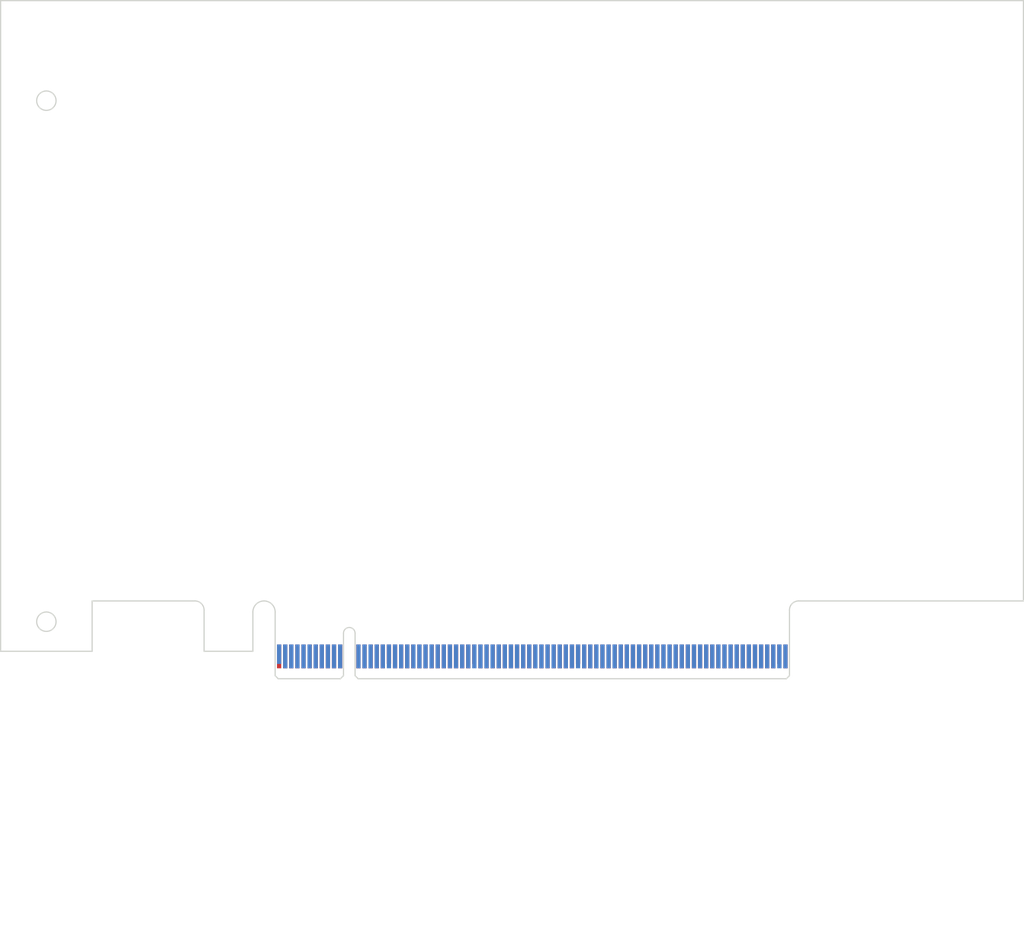
<source format=kicad_pcb>
(kicad_pcb (version 20211014) (generator pcbnew)
  (layers (0 "F.Cu" signal) (31 "B.Cu" signal) (34 "B.Paste" user) (35 "F.Paste" user) (36 "B.SilkS" user "B.Silkscreen") (37 "F.SilkS" user "F.Silkscreen") (38 "B.Mask" user) (39 "F.Mask" user) (44 "Edge.Cuts" user))
  (net 0 "")
  (net 1 "/~{PRSNT}")
  (net 2 "/+12V")
  (net 3 "GND")
  (net 4 "/JTAG_TCK")
  (net 5 "/JTAG_TDI")
  (net 6 "/JTAG_TDO")
  (net 7 "/JTAG_TMS")
  (net 8 "/+3V3")
  (net 9 "/~{PERST}")
  (net 10 "/RefClk_P")
  (net 11 "/RefClk_N")
  (net 12 "/PER0_P")
  (net 13 "/PER0_N")
  (net 14 "/SMCLK")
  (net 15 "/SMDAT")
  (net 16 "/+3V3_aux")
  (net 17 "/~{Wake}")
  (net 18 "/~{CLKREQ}")
  (net 19 "/PET0_P")
  (net 20 "/PET0_N")
  (net 22 "/PER1_P")
  (net 23 "/PER1_N")
  (net 24 "/PER2_P")
  (net 25 "/PER2_N")
  (net 26 "/PER3_P")
  (net 27 "/PER3_N")
  (net 29 "/~{JTAG_TRST}")
  (net 31 "/PET1_P")
  (net 32 "/PET1_N")
  (net 33 "/PET2_P")
  (net 34 "/PET2_N")
  (net 35 "/PET3_P")
  (net 36 "/PET3_N")
  (net 39 "/PER4_P")
  (net 40 "/PER4_N")
  (net 41 "/PER5_P")
  (net 42 "/PER5_N")
  (net 43 "/PER6_P")
  (net 44 "/PER6_N")
  (net 45 "/PER7_P")
  (net 46 "/PER7_N")
  (net 48 "/PET4_P")
  (net 49 "/PET4_N")
  (net 50 "/PET5_P")
  (net 51 "/PET5_N")
  (net 52 "/PET6_P")
  (net 53 "/PET6_N")
  (net 54 "/PET7_P")
  (net 55 "/PET7_N")
  (net 57 "/PER8_P")
  (net 58 "/PER8_N")
  (net 59 "/PER9_P")
  (net 60 "/PER9_N")
  (net 61 "/PER10_P")
  (net 62 "/PER10_N")
  (net 63 "/PER11_P")
  (net 64 "/PER11_N")
  (net 65 "/PER12_P")
  (net 66 "/PER12_N")
  (net 67 "/PER13_P")
  (net 68 "/PER13_N")
  (net 69 "/PER14_P")
  (net 70 "/PER14_N")
  (net 71 "/PER15_P")
  (net 72 "/PER15_N")
  (net 74 "/PET8_P")
  (net 75 "/PET8_N")
  (net 76 "/PET9_P")
  (net 77 "/PET9_N")
  (net 78 "/PET10_P")
  (net 79 "/PET10_N")
  (net 80 "/PET11_P")
  (net 81 "/PET11_N")
  (net 82 "/PET12_P")
  (net 83 "/PET12_N")
  (net 84 "/PET13_P")
  (net 85 "/PET13_N")
  (net 86 "/PET14_P")
  (net 87 "/PET14_N")
  (net 88 "/PET15_P")
  (net 89 "/PET15_N")
  (footprint "Connector_PCIe:PCIe_x16_GoldFinger" (layer "B.Cu") (at 119.4 151.05 180)
    (fp_text reference "P1" hide)
    (fp_text value "PCIe_x16_Goldfinger")
    (pad "A1" smd rect (at 11.5 2.355 180) (size 0.7 3.2) (layers "B.Cu" "B.Mask") (net 1 "/~{PRSNT}"))
    (pad "A2" smd rect (at 10.5 2 180) (size 0.7 3.91) (layers "B.Cu" "B.Mask") (net 2 "/+12V"))
    (pad "A3" smd rect (at 9.5 2 180) (size 0.7 3.91) (layers "B.Cu" "B.Mask") (net 2 "/+12V"))
    (pad "A4" smd rect (at 8.5 2 180) (size 0.7 3.91) (layers "B.Cu" "B.Mask") (net 3 "GND"))
    (pad "A5" smd rect (at 7.5 2 180) (size 0.7 3.91) (layers "B.Cu" "B.Mask") (net 4 "/JTAG_TCK"))
    (pad "A6" smd rect (at 6.5 2 180) (size 0.7 3.91) (layers "B.Cu" "B.Mask") (net 5 "/JTAG_TDI"))
    (pad "A7" smd rect (at 5.5 2 180) (size 0.7 3.91) (layers "B.Cu" "B.Mask") (net 6 "/JTAG_TDO"))
    (pad "A8" smd rect (at 4.5 2 180) (size 0.7 3.91) (layers "B.Cu" "B.Mask") (net 7 "/JTAG_TMS"))
    (pad "A9" smd rect (at 3.5 2 180) (size 0.7 3.91) (layers "B.Cu" "B.Mask") (net 8 "/+3V3"))
    (pad "A10" smd rect (at 2.5 2 180) (size 0.7 3.91) (layers "B.Cu" "B.Mask") (net 8 "/+3V3"))
    (pad "A11" smd rect (at 1.5 2 180) (size 0.7 3.91) (layers "B.Cu" "B.Mask") (net 9 "/~{PERST}"))
    (pad "A12" smd rect (at -1.5 2 180) (size 0.7 3.91) (layers "B.Cu" "B.Mask") (net 3 "GND"))
    (pad "A13" smd rect (at -2.5 2 180) (size 0.7 3.91) (layers "B.Cu" "B.Mask") (net 10 "/RefClk_P"))
    (pad "A14" smd rect (at -3.5 2 180) (size 0.7 3.91) (layers "B.Cu" "B.Mask") (net 11 "/RefClk_N"))
    (pad "A15" smd rect (at -4.5 2 180) (size 0.7 3.91) (layers "B.Cu" "B.Mask") (net 3 "GND"))
    (pad "A16" smd rect (at -5.5 2 180) (size 0.7 3.91) (layers "B.Cu" "B.Mask") (net 12 "/PER0_P"))
    (pad "A17" smd rect (at -6.5 2 180) (size 0.7 3.91) (layers "B.Cu" "B.Mask") (net 13 "/PER0_N"))
    (pad "A18" smd rect (at -7.5 2 180) (size 0.7 3.91) (layers "B.Cu" "B.Mask") (net 3 "GND"))
    (pad "A19" smd rect (at -8.5 2 180) (size 0.7 3.91) (layers "B.Cu" "B.Mask"))
    (pad "A20" smd rect (at -9.5 2 180) (size 0.7 3.91) (layers "B.Cu" "B.Mask") (net 3 "GND"))
    (pad "A21" smd rect (at -10.5 2 180) (size 0.7 3.91) (layers "B.Cu" "B.Mask") (net 22 "/PER1_P"))
    (pad "A22" smd rect (at -11.5 2 180) (size 0.7 3.91) (layers "B.Cu" "B.Mask") (net 23 "/PER1_N"))
    (pad "A23" smd rect (at -12.5 2 180) (size 0.7 3.91) (layers "B.Cu" "B.Mask") (net 3 "GND"))
    (pad "A24" smd rect (at -13.5 2 180) (size 0.7 3.91) (layers "B.Cu" "B.Mask") (net 3 "GND"))
    (pad "A25" smd rect (at -14.5 2 180) (size 0.7 3.91) (layers "B.Cu" "B.Mask") (net 24 "/PER2_P"))
    (pad "A26" smd rect (at -15.5 2 180) (size 0.7 3.91) (layers "B.Cu" "B.Mask") (net 25 "/PER2_N"))
    (pad "A27" smd rect (at -16.5 2 180) (size 0.7 3.91) (layers "B.Cu" "B.Mask") (net 3 "GND"))
    (pad "A28" smd rect (at -17.5 2 180) (size 0.7 3.91) (layers "B.Cu" "B.Mask") (net 3 "GND"))
    (pad "A29" smd rect (at -18.5 2 180) (size 0.7 3.91) (layers "B.Cu" "B.Mask") (net 26 "/PER3_P"))
    (pad "A30" smd rect (at -19.5 2 180) (size 0.7 3.91) (layers "B.Cu" "B.Mask") (net 27 "/PER3_N"))
    (pad "A31" smd rect (at -20.5 2 180) (size 0.7 3.91) (layers "B.Cu" "B.Mask") (net 3 "GND"))
    (pad "A32" smd rect (at -21.5 2 180) (size 0.7 3.91) (layers "B.Cu" "B.Mask"))
    (pad "A33" smd rect (at -22.5 2 180) (size 0.7 3.91) (layers "B.Cu" "B.Mask"))
    (pad "A34" smd rect (at -23.5 2 180) (size 0.7 3.91) (layers "B.Cu" "B.Mask") (net 3 "GND"))
    (pad "A35" smd rect (at -24.5 2 180) (size 0.7 3.91) (layers "B.Cu" "B.Mask") (net 39 "/PER4_P"))
    (pad "A36" smd rect (at -25.5 2 180) (size 0.7 3.91) (layers "B.Cu" "B.Mask") (net 40 "/PER4_N"))
    (pad "A37" smd rect (at -26.5 2 180) (size 0.7 3.91) (layers "B.Cu" "B.Mask") (net 3 "GND"))
    (pad "A38" smd rect (at -27.5 2 180) (size 0.7 3.91) (layers "B.Cu" "B.Mask") (net 3 "GND"))
    (pad "A39" smd rect (at -28.5 2 180) (size 0.7 3.91) (layers "B.Cu" "B.Mask") (net 41 "/PER5_P"))
    (pad "A40" smd rect (at -29.5 2 180) (size 0.7 3.91) (layers "B.Cu" "B.Mask") (net 42 "/PER5_N"))
    (pad "A41" smd rect (at -30.5 2 180) (size 0.7 3.91) (layers "B.Cu" "B.Mask") (net 3 "GND"))
    (pad "A42" smd rect (at -31.5 2 180) (size 0.7 3.91) (layers "B.Cu" "B.Mask") (net 3 "GND"))
    (pad "A43" smd rect (at -32.5 2 180) (size 0.7 3.91) (layers "B.Cu" "B.Mask") (net 43 "/PER6_P"))
    (pad "A44" smd rect (at -33.5 2 180) (size 0.7 3.91) (layers "B.Cu" "B.Mask") (net 44 "/PER6_N"))
    (pad "A45" smd rect (at -34.5 2 180) (size 0.7 3.91) (layers "B.Cu" "B.Mask") (net 3 "GND"))
    (pad "A46" smd rect (at -35.5 2 180) (size 0.7 3.91) (layers "B.Cu" "B.Mask") (net 3 "GND"))
    (pad "A47" smd rect (at -36.5 2 180) (size 0.7 3.91) (layers "B.Cu" "B.Mask") (net 45 "/PER7_P"))
    (pad "A48" smd rect (at -37.5 2 180) (size 0.7 3.91) (layers "B.Cu" "B.Mask") (net 46 "/PER7_N"))
    (pad "A49" smd rect (at -38.5 2 180) (size 0.7 3.91) (layers "B.Cu" "B.Mask") (net 3 "GND"))
    (pad "A50" smd rect (at -39.5 2 180) (size 0.7 3.91) (layers "B.Cu" "B.Mask"))
    (pad "A51" smd rect (at -40.5 2 180) (size 0.7 3.91) (layers "B.Cu" "B.Mask") (net 3 "GND"))
    (pad "A52" smd rect (at -41.5 2 180) (size 0.7 3.91) (layers "B.Cu" "B.Mask") (net 57 "/PER8_P"))
    (pad "A53" smd rect (at -42.5 2 180) (size 0.7 3.91) (layers "B.Cu" "B.Mask") (net 58 "/PER8_N"))
    (pad "A54" smd rect (at -43.5 2 180) (size 0.7 3.91) (layers "B.Cu" "B.Mask") (net 3 "GND"))
    (pad "A55" smd rect (at -44.5 2 180) (size 0.7 3.91) (layers "B.Cu" "B.Mask") (net 3 "GND"))
    (pad "A56" smd rect (at -45.5 2 180) (size 0.7 3.91) (layers "B.Cu" "B.Mask") (net 59 "/PER9_P"))
    (pad "A57" smd rect (at -46.5 2 180) (size 0.7 3.91) (layers "B.Cu" "B.Mask") (net 60 "/PER9_N"))
    (pad "A58" smd rect (at -47.5 2 180) (size 0.7 3.91) (layers "B.Cu" "B.Mask") (net 3 "GND"))
    (pad "A59" smd rect (at -48.5 2 180) (size 0.7 3.91) (layers "B.Cu" "B.Mask") (net 3 "GND"))
    (pad "A60" smd rect (at -49.5 2 180) (size 0.7 3.91) (layers "B.Cu" "B.Mask") (net 61 "/PER10_P"))
    (pad "A61" smd rect (at -50.5 2 180) (size 0.7 3.91) (layers "B.Cu" "B.Mask") (net 62 "/PER10_N"))
    (pad "A62" smd rect (at -51.5 2 180) (size 0.7 3.91) (layers "B.Cu" "B.Mask") (net 3 "GND"))
    (pad "A63" smd rect (at -52.5 2 180) (size 0.7 3.91) (layers "B.Cu" "B.Mask") (net 3 "GND"))
    (pad "A64" smd rect (at -53.5 2 180) (size 0.7 3.91) (layers "B.Cu" "B.Mask") (net 63 "/PER11_P"))
    (pad "A65" smd rect (at -54.5 2 180) (size 0.7 3.91) (layers "B.Cu" "B.Mask") (net 64 "/PER11_N"))
    (pad "A66" smd rect (at -55.5 2 180) (size 0.7 3.91) (layers "B.Cu" "B.Mask") (net 3 "GND"))
    (pad "A67" smd rect (at -56.5 2 180) (size 0.7 3.91) (layers "B.Cu" "B.Mask") (net 3 "GND"))
    (pad "A68" smd rect (at -57.5 2 180) (size 0.7 3.91) (layers "B.Cu" "B.Mask") (net 65 "/PER12_P"))
    (pad "A69" smd rect (at -58.5 2 180) (size 0.7 3.91) (layers "B.Cu" "B.Mask") (net 66 "/PER12_N"))
    (pad "A70" smd rect (at -59.5 2 180) (size 0.7 3.91) (layers "B.Cu" "B.Mask") (net 3 "GND"))
    (pad "A71" smd rect (at -60.5 2 180) (size 0.7 3.91) (layers "B.Cu" "B.Mask") (net 3 "GND"))
    (pad "A72" smd rect (at -61.5 2 180) (size 0.7 3.91) (layers "B.Cu" "B.Mask") (net 67 "/PER13_P"))
    (pad "A73" smd rect (at -62.5 2 180) (size 0.7 3.91) (layers "B.Cu" "B.Mask") (net 68 "/PER13_N"))
    (pad "A74" smd rect (at -63.5 2 180) (size 0.7 3.91) (layers "B.Cu" "B.Mask") (net 3 "GND"))
    (pad "A75" smd rect (at -64.5 2 180) (size 0.7 3.91) (layers "B.Cu" "B.Mask") (net 3 "GND"))
    (pad "A76" smd rect (at -65.5 2 180) (size 0.7 3.91) (layers "B.Cu" "B.Mask") (net 69 "/PER14_P"))
    (pad "A77" smd rect (at -66.5 2 180) (size 0.7 3.91) (layers "B.Cu" "B.Mask") (net 70 "/PER14_N"))
    (pad "A78" smd rect (at -67.5 2 180) (size 0.7 3.91) (layers "B.Cu" "B.Mask") (net 3 "GND"))
    (pad "A79" smd rect (at -68.5 2 180) (size 0.7 3.91) (layers "B.Cu" "B.Mask") (net 3 "GND"))
    (pad "A80" smd rect (at -69.5 2 180) (size 0.7 3.91) (layers "B.Cu" "B.Mask") (net 71 "/PER15_P"))
    (pad "A81" smd rect (at -70.5 2 180) (size 0.7 3.91) (layers "B.Cu" "B.Mask") (net 72 "/PER15_N"))
    (pad "A82" smd rect (at -71.5 2 180) (size 0.7 3.91) (layers "B.Cu" "B.Mask") (net 3 "GND"))
    (pad "B1" smd rect (at 11.5 2 180) (size 0.7 3.91) (layers "F.Cu" "F.Mask") (net 2 "/+12V"))
    (pad "B2" smd rect (at 10.5 2 180) (size 0.7 3.91) (layers "F.Cu" "F.Mask") (net 2 "/+12V"))
    (pad "B3" smd rect (at 9.5 2 180) (size 0.7 3.91) (layers "F.Cu" "F.Mask") (net 2 "/+12V"))
    (pad "B4" smd rect (at 8.5 2 180) (size 0.7 3.91) (layers "F.Cu" "F.Mask") (net 3 "GND"))
    (pad "B5" smd rect (at 7.5 2 180) (size 0.7 3.91) (layers "F.Cu" "F.Mask") (net 14 "/SMCLK"))
    (pad "B6" smd rect (at 6.5 2 180) (size 0.7 3.91) (layers "F.Cu" "F.Mask") (net 15 "/SMDAT"))
    (pad "B7" smd rect (at 5.5 2 180) (size 0.7 3.91) (layers "F.Cu" "F.Mask") (net 3 "GND"))
    (pad "B8" smd rect (at 4.5 2 180) (size 0.7 3.91) (layers "F.Cu" "F.Mask") (net 8 "/+3V3"))
    (pad "B9" smd rect (at 3.5 2 180) (size 0.7 3.91) (layers "F.Cu" "F.Mask") (net 29 "/~{JTAG_TRST}"))
    (pad "B10" smd rect (at 2.5 2 180) (size 0.7 3.91) (layers "F.Cu" "F.Mask") (net 16 "/+3V3_aux"))
    (pad "B11" smd rect (at 1.5 2 180) (size 0.7 3.91) (layers "F.Cu" "F.Mask") (net 17 "/~{Wake}"))
    (pad "B12" smd rect (at -1.5 2 180) (size 0.7 3.91) (layers "F.Cu" "F.Mask") (net 18 "/~{CLKREQ}"))
    (pad "B13" smd rect (at -2.5 2 180) (size 0.7 3.91) (layers "F.Cu" "F.Mask") (net 3 "GND"))
    (pad "B14" smd rect (at -3.5 2 180) (size 0.7 3.91) (layers "F.Cu" "F.Mask") (net 19 "/PET0_P"))
    (pad "B15" smd rect (at -4.5 2 180) (size 0.7 3.91) (layers "F.Cu" "F.Mask") (net 20 "/PET0_N"))
    (pad "B16" smd rect (at -5.5 2 180) (size 0.7 3.91) (layers "F.Cu" "F.Mask") (net 3 "GND"))
    (pad "B17" smd rect (at -6.5 2.355 180) (size 0.7 3.2) (layers "F.Cu" "F.Mask"))
    (pad "B18" smd rect (at -7.5 2 180) (size 0.7 3.91) (layers "F.Cu" "F.Mask") (net 3 "GND"))
    (pad "B19" smd rect (at -8.5 2 180) (size 0.7 3.91) (layers "F.Cu" "F.Mask") (net 31 "/PET1_P"))
    (pad "B20" smd rect (at -9.5 2 180) (size 0.7 3.91) (layers "F.Cu" "F.Mask") (net 32 "/PET1_N"))
    (pad "B21" smd rect (at -10.5 2 180) (size 0.7 3.91) (layers "F.Cu" "F.Mask") (net 3 "GND"))
    (pad "B22" smd rect (at -11.5 2 180) (size 0.7 3.91) (layers "F.Cu" "F.Mask") (net 3 "GND"))
    (pad "B23" smd rect (at -12.5 2 180) (size 0.7 3.91) (layers "F.Cu" "F.Mask") (net 33 "/PET2_P"))
    (pad "B24" smd rect (at -13.5 2 180) (size 0.7 3.91) (layers "F.Cu" "F.Mask") (net 34 "/PET2_N"))
    (pad "B25" smd rect (at -14.5 2 180) (size 0.7 3.91) (layers "F.Cu" "F.Mask") (net 3 "GND"))
    (pad "B26" smd rect (at -15.5 2 180) (size 0.7 3.91) (layers "F.Cu" "F.Mask") (net 3 "GND"))
    (pad "B27" smd rect (at -16.5 2 180) (size 0.7 3.91) (layers "F.Cu" "F.Mask") (net 35 "/PET3_P"))
    (pad "B28" smd rect (at -17.5 2 180) (size 0.7 3.91) (layers "F.Cu" "F.Mask") (net 36 "/PET3_N"))
    (pad "B29" smd rect (at -18.5 2 180) (size 0.7 3.91) (layers "F.Cu" "F.Mask") (net 3 "GND"))
    (pad "B30" smd rect (at -19.5 2 180) (size 0.7 3.91) (layers "F.Cu" "F.Mask"))
    (pad "B31" smd rect (at -20.5 2.355 180) (size 0.7 3.2) (layers "F.Cu" "F.Mask"))
    (pad "B32" smd rect (at -21.5 2 180) (size 0.7 3.91) (layers "F.Cu" "F.Mask") (net 3 "GND"))
    (pad "B33" smd rect (at -22.5 2 180) (size 0.7 3.91) (layers "F.Cu" "F.Mask") (net 48 "/PET4_P"))
    (pad "B34" smd rect (at -23.5 2 180) (size 0.7 3.91) (layers "F.Cu" "F.Mask") (net 49 "/PET4_N"))
    (pad "B35" smd rect (at -24.5 2 180) (size 0.7 3.91) (layers "F.Cu" "F.Mask") (net 3 "GND"))
    (pad "B36" smd rect (at -25.5 2 180) (size 0.7 3.91) (layers "F.Cu" "F.Mask") (net 3 "GND"))
    (pad "B37" smd rect (at -26.5 2 180) (size 0.7 3.91) (layers "F.Cu" "F.Mask") (net 50 "/PET5_P"))
    (pad "B38" smd rect (at -27.5 2 180) (size 0.7 3.91) (layers "F.Cu" "F.Mask") (net 51 "/PET5_N"))
    (pad "B39" smd rect (at -28.5 2 180) (size 0.7 3.91) (layers "F.Cu" "F.Mask") (net 3 "GND"))
    (pad "B40" smd rect (at -29.5 2 180) (size 0.7 3.91) (layers "F.Cu" "F.Mask") (net 3 "GND"))
    (pad "B41" smd rect (at -30.5 2 180) (size 0.7 3.91) (layers "F.Cu" "F.Mask") (net 52 "/PET6_P"))
    (pad "B42" smd rect (at -31.5 2 180) (size 0.7 3.91) (layers "F.Cu" "F.Mask") (net 53 "/PET6_N"))
    (pad "B43" smd rect (at -32.5 2 180) (size 0.7 3.91) (layers "F.Cu" "F.Mask") (net 3 "GND"))
    (pad "B44" smd rect (at -33.5 2 180) (size 0.7 3.91) (layers "F.Cu" "F.Mask") (net 3 "GND"))
    (pad "B45" smd rect (at -34.5 2 180) (size 0.7 3.91) (layers "F.Cu" "F.Mask") (net 54 "/PET7_P"))
    (pad "B46" smd rect (at -35.5 2 180) (size 0.7 3.91) (layers "F.Cu" "F.Mask") (net 55 "/PET7_N"))
    (pad "B47" smd rect (at -36.5 2 180) (size 0.7 3.91) (layers "F.Cu" "F.Mask") (net 3 "GND"))
    (pad "B48" smd rect (at -37.5 2.355 180) (size 0.7 3.2) (layers "F.Cu" "F.Mask"))
    (pad "B49" smd rect (at -38.5 2 180) (size 0.7 3.91) (layers "F.Cu" "F.Mask") (net 3 "GND"))
    (pad "B50" smd rect (at -39.5 2 180) (size 0.7 3.91) (layers "F.Cu" "F.Mask") (net 74 "/PET8_P"))
    (pad "B51" smd rect (at -40.5 2 180) (size 0.7 3.91) (layers "F.Cu" "F.Mask") (net 75 "/PET8_N"))
    (pad "B52" smd rect (at -41.5 2 180) (size 0.7 3.91) (layers "F.Cu" "F.Mask") (net 3 "GND"))
    (pad "B53" smd rect (at -42.5 2 180) (size 0.7 3.91) (layers "F.Cu" "F.Mask") (net 3 "GND"))
    (pad "B54" smd rect (at -43.5 2 180) (size 0.7 3.91) (layers "F.Cu" "F.Mask") (net 76 "/PET9_P"))
    (pad "B55" smd rect (at -44.5 2 180) (size 0.7 3.91) (layers "F.Cu" "F.Mask") (net 77 "/PET9_N"))
    (pad "B56" smd rect (at -45.5 2 180) (size 0.7 3.91) (layers "F.Cu" "F.Mask") (net 3 "GND"))
    (pad "B57" smd rect (at -46.5 2 180) (size 0.7 3.91) (layers "F.Cu" "F.Mask") (net 3 "GND"))
    (pad "B58" smd rect (at -47.5 2 180) (size 0.7 3.91) (layers "F.Cu" "F.Mask") (net 78 "/PET10_P"))
    (pad "B59" smd rect (at -48.5 2 180) (size 0.7 3.91) (layers "F.Cu" "F.Mask") (net 79 "/PET10_N"))
    (pad "B60" smd rect (at -49.5 2 180) (size 0.7 3.91) (layers "F.Cu" "F.Mask") (net 3 "GND"))
    (pad "B61" smd rect (at -50.5 2 180) (size 0.7 3.91) (layers "F.Cu" "F.Mask") (net 3 "GND"))
    (pad "B62" smd rect (at -51.5 2 180) (size 0.7 3.91) (layers "F.Cu" "F.Mask") (net 80 "/PET11_P"))
    (pad "B63" smd rect (at -52.5 2 180) (size 0.7 3.91) (layers "F.Cu" "F.Mask") (net 81 "/PET11_N"))
    (pad "B64" smd rect (at -53.5 2 180) (size 0.7 3.91) (layers "F.Cu" "F.Mask") (net 3 "GND"))
    (pad "B65" smd rect (at -54.5 2 180) (size 0.7 3.91) (layers "F.Cu" "F.Mask") (net 3 "GND"))
    (pad "B66" smd rect (at -55.5 2 180) (size 0.7 3.91) (layers "F.Cu" "F.Mask") (net 82 "/PET12_P"))
    (pad "B67" smd rect (at -56.5 2 180) (size 0.7 3.91) (layers "F.Cu" "F.Mask") (net 83 "/PET12_N"))
    (pad "B68" smd rect (at -57.5 2 180) (size 0.7 3.91) (layers "F.Cu" "F.Mask") (net 3 "GND"))
    (pad "B69" smd rect (at -58.5 2 180) (size 0.7 3.91) (layers "F.Cu" "F.Mask") (net 3 "GND"))
    (pad "B70" smd rect (at -59.5 2 180) (size 0.7 3.91) (layers "F.Cu" "F.Mask") (net 84 "/PET13_P"))
    (pad "B71" smd rect (at -60.5 2 180) (size 0.7 3.91) (layers "F.Cu" "F.Mask") (net 85 "/PET13_N"))
    (pad "B72" smd rect (at -61.5 2 180) (size 0.7 3.91) (layers "F.Cu" "F.Mask") (net 3 "GND"))
    (pad "B73" smd rect (at -62.5 2 180) (size 0.7 3.91) (layers "F.Cu" "F.Mask") (net 3 "GND"))
    (pad "B74" smd rect (at -63.5 2 180) (size 0.7 3.91) (layers "F.Cu" "F.Mask") (net 86 "/PET14_P"))
    (pad "B75" smd rect (at -64.5 2 180) (size 0.7 3.91) (layers "F.Cu" "F.Mask") (net 87 "/PET14_N"))
    (pad "B76" smd rect (at -65.5 2 180) (size 0.7 3.91) (layers "F.Cu" "F.Mask") (net 3 "GND"))
    (pad "B77" smd rect (at -66.5 2 180) (size 0.7 3.91) (layers "F.Cu" "F.Mask") (net 3 "GND"))
    (pad "B78" smd rect (at -67.5 2 180) (size 0.7 3.91) (layers "F.Cu" "F.Mask") (net 88 "/PET15_P"))
    (pad "B79" smd rect (at -68.5 2 180) (size 0.7 3.91) (layers "F.Cu" "F.Mask") (net 89 "/PET15_N"))
    (pad "B80" smd rect (at -69.5 2 180) (size 0.7 3.91) (layers "F.Cu" "F.Mask") (net 3 "GND"))
    (pad "B81" smd rect (at -70.5 2.355 180) (size 0.7 3.2) (layers "F.Cu" "F.Mask") (net 1 "/~{PRSNT}"))
    (pad "B82" smd rect (at -71.5 2 180) (size 0.7 3.91) (layers "F.Cu" "F.Mask"))
  )
  (gr_line locked (start 229.9 139.965) (end 229.9 41.565) (layer "Edge.Cuts") (width 0.2))
  (gr_line locked (start 193.05 139.965) (end 229.9 139.965) (layer "Edge.Cuts") (width 0.2))
  (gr_arc locked (start 118.45 145.265) (mid 119.4 144.315) (end 120.35 145.265) (layer "Edge.Cuts") (width 0.2))
  (gr_line locked (start 95.6 141.465) (end 95.6 148.215) (layer "Edge.Cuts") (width 0.2))
  (gr_line locked (start 118.45 152.215) (end 118.45 145.265) (layer "Edge.Cuts") (width 0.2))
  (gr_line locked (start 62.25 41.565) (end 62.25 148.215) (layer "Edge.Cuts") (width 0.2))
  (gr_line locked (start 120.35 152.215) (end 120.35 145.265) (layer "Edge.Cuts") (width 0.2))
  (gr_line locked (start 229.9 41.565) (end 62.25 41.565) (layer "Edge.Cuts") (width 0.2))
  (gr_line locked (start 191.05 152.715) (end 191.55 152.215) (layer "Edge.Cuts") (width 0.2))
  (gr_line locked (start 120.35 152.215) (end 120.85 152.715) (layer "Edge.Cuts") (width 0.2))
  (gr_line locked (start 77.25 139.965) (end 94.1 139.965) (layer "Edge.Cuts") (width 0.2))
  (gr_line locked (start 191.55 152.215) (end 191.55 141.465) (layer "Edge.Cuts") (width 0.2))
  (gr_line locked (start 77.25 139.965) (end 77.25 148.215) (layer "Edge.Cuts") (width 0.2))
  (gr_line locked (start 107.25 152.215) (end 107.75 152.715) (layer "Edge.Cuts") (width 0.2))
  (gr_line locked (start 117.95 152.715) (end 118.45 152.215) (layer "Edge.Cuts") (width 0.2))
  (gr_circle locked (center 69.75 57.965) (end 71.34 57.965) (layer "Edge.Cuts") (width 0.2) (fill none))
  (gr_circle locked (center 69.75 143.365) (end 71.34 143.365) (layer "Edge.Cuts") (width 0.2) (fill none))
  (gr_line locked (start 120.85 152.715) (end 191.05 152.715) (layer "Edge.Cuts") (width 0.2))
  (gr_arc locked (start 191.55 141.465) (mid 191.98934 140.40434) (end 193.05 139.965) (layer "Edge.Cuts") (width 0.2))
  (gr_line locked (start 107.75 152.715) (end 117.95 152.715) (layer "Edge.Cuts") (width 0.2))
  (gr_line locked (start 103.6 148.215) (end 103.6 141.79) (layer "Edge.Cuts") (width 0.2))
  (gr_line locked (start 95.6 148.215) (end 103.6 148.215) (layer "Edge.Cuts") (width 0.2))
  (gr_arc locked (start 94.1 139.965) (mid 95.16066 140.40434) (end 95.6 141.465) (layer "Edge.Cuts") (width 0.2))
  (gr_line locked (start 77.25 148.215) (end 62.25 148.215) (layer "Edge.Cuts") (width 0.2))
  (gr_line locked (start 107.25 141.79) (end 107.25 152.215) (layer "Edge.Cuts") (width 0.2))
  (gr_arc locked (start 103.6 141.79) (mid 105.425 139.965) (end 107.25 141.79) (layer "Edge.Cuts") (width 0.2))
)
</source>
